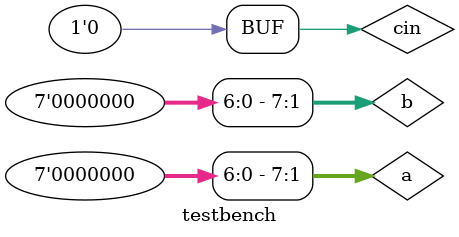
<source format=v>
module testbench;

	reg [7:0] a;
	reg [7:0] b;
	reg  cin;

	wire [7:0] behave_sum;
	wire [7:0] dataflow_sum;
	wire[7:0] struct_sum;
	wire behave_carry;
	wire dataflow_carry;
	wire struct_carry;

	adder_beh test_behave (
		.sum(behave_sum), 
		.carry(behave_carry), 
		.a(a), 
		.b(b),
		.cin(cin)
	);
	adder_dataflow test_dataflow(
		.sum(dataflow_sum), 
		.carry(dataflow_carry), 
		.a(a), 
		.b(b),
		.cin(cin)
	);
	adder_struct test_struct(
		.sum(struct_sum), 
		.cout(struct_carry), 
		.a(a), 
		.b(b),
		.cin(cin)
	);

	
	initial begin
		a = 8'b01111111;
	  	b = 8'b01111111;
	 	cin = 0;
		#5
		a = $random;
		b = $random;
		cin = 0;
		#5
		a = $random;
		b = $random;
		cin = 0;
		#5
		a = $random;
		b = $random;
		cin = 0;
		#5
		a = $random;
		b = $random;
		cin = 0;
	end
endmodule
</source>
